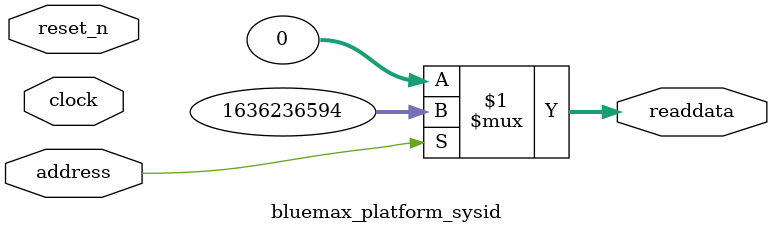
<source format=v>



// synthesis translate_off
`timescale 1ns / 1ps
// synthesis translate_on

// turn off superfluous verilog processor warnings 
// altera message_level Level1 
// altera message_off 10034 10035 10036 10037 10230 10240 10030 

module bluemax_platform_sysid (
               // inputs:
                address,
                clock,
                reset_n,

               // outputs:
                readdata
             )
;

  output  [ 31: 0] readdata;
  input            address;
  input            clock;
  input            reset_n;

  wire    [ 31: 0] readdata;
  //control_slave, which is an e_avalon_slave
  assign readdata = address ? 1636236594 : 0;

endmodule



</source>
